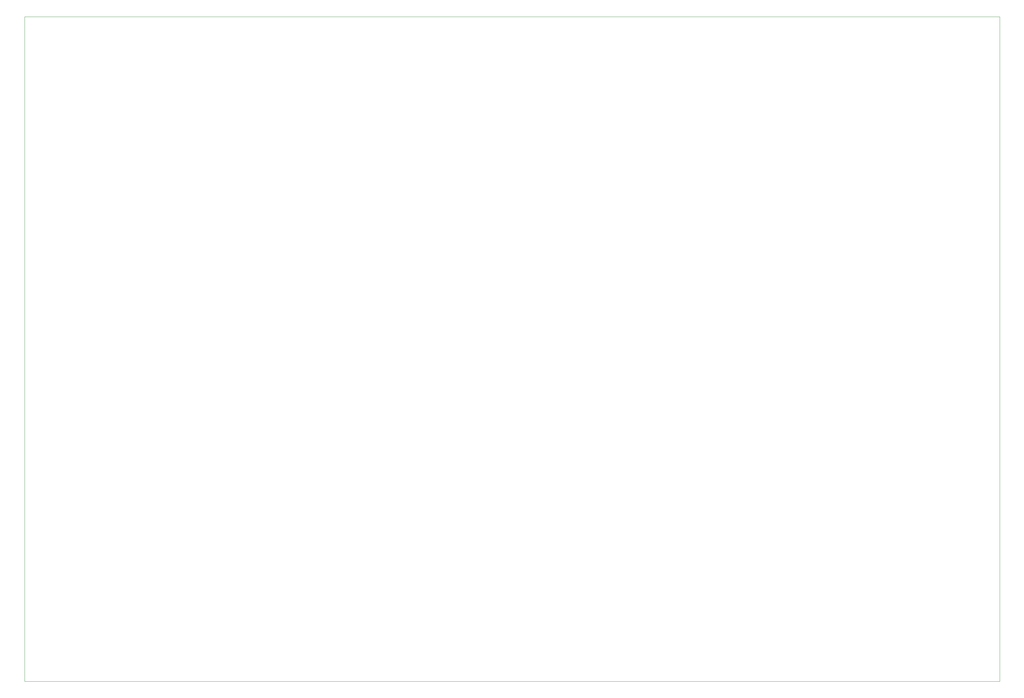
<source format=gbr>
%TF.GenerationSoftware,KiCad,Pcbnew,5.1.9-1*%
%TF.CreationDate,2021-05-15T17:01:11+02:00*%
%TF.ProjectId,kicad-test1,6b696361-642d-4746-9573-74312e6b6963,rev?*%
%TF.SameCoordinates,Original*%
%TF.FileFunction,Profile,NP*%
%FSLAX46Y46*%
G04 Gerber Fmt 4.6, Leading zero omitted, Abs format (unit mm)*
G04 Created by KiCad (PCBNEW 5.1.9-1) date 2021-05-15 17:01:11*
%MOMM*%
%LPD*%
G01*
G04 APERTURE LIST*
%TA.AperFunction,Profile*%
%ADD10C,0.050000*%
%TD*%
G04 APERTURE END LIST*
D10*
X12700000Y-198120000D02*
X12700000Y-12700000D01*
X284480000Y-198120000D02*
X12700000Y-198120000D01*
X284480000Y-12700000D02*
X284480000Y-198120000D01*
X12700000Y-12700000D02*
X284480000Y-12700000D01*
M02*

</source>
